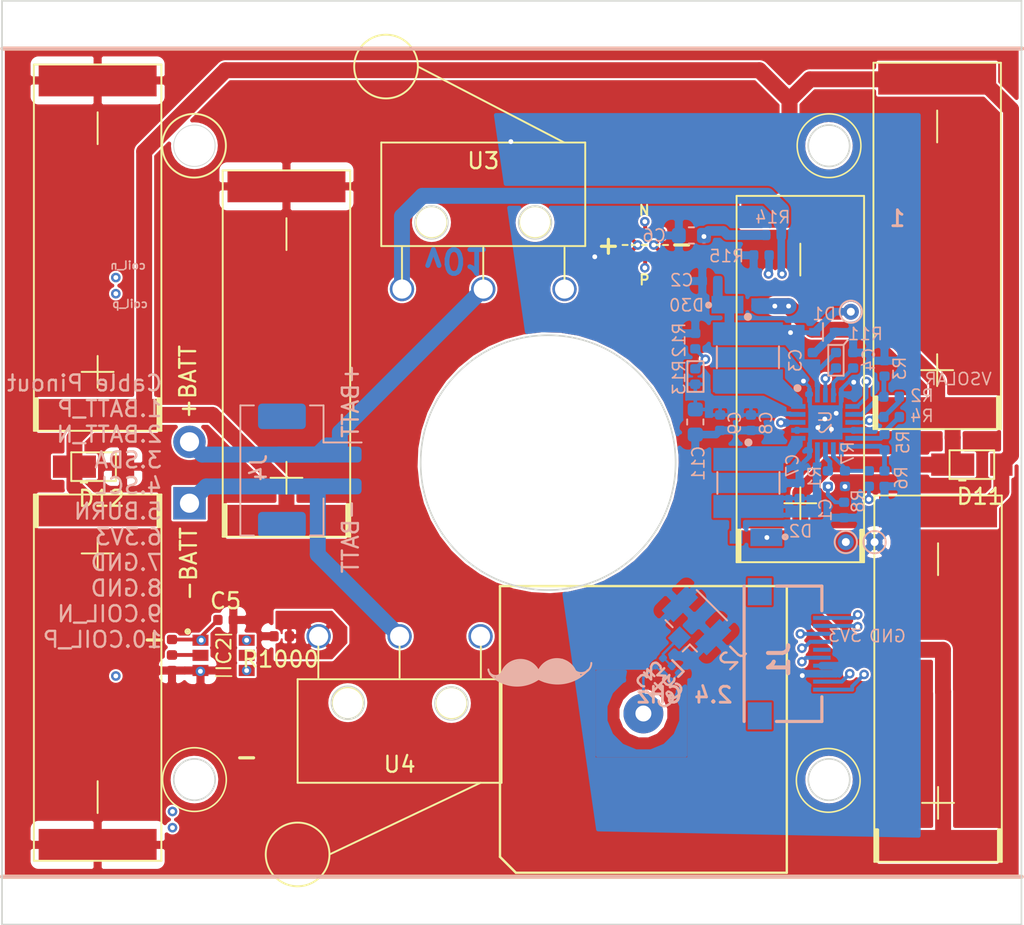
<source format=kicad_pcb>
(kicad_pcb (version 20171130) (host pcbnew 5.0.2-bee76a0~70~ubuntu18.04.1)
  (layers (0 Top signal) (1 In1.Cu signal hide) (2 In2.Cu signal hide) (3 In3.Cu signal hide) (4 In4.Cu signal hide) (31 Bottom signal) (34 B.Paste user hide) (35 F.Paste user) (36 B.SilkS user hide) (37 F.SilkS user) (38 B.Mask user hide) (39 F.Mask user) (44 Edge.Cuts user))
  (net 0 "")
  (net 1 "Net-(D11-Pad2)")
  (net 2 GND)
  (net 3 VOUT_EN)
  (net 4 VSOLAR)
  (net 5 "Net-(C4-Pad1)")
  (net 6 +3V3)
  (net 7 /VBAT)
  (net 8 "Net-(C11-Pad1)")
  (net 9 "Net-(IC2-Pad2)")
  (net 10 SCL1)
  (net 11 SDA1)
  (net 12 COIL_N)
  (net 13 BATT_N)
  (net 14 BATT_P)
  (net 15 "Net-(L1-Pad2)")
  (net 16 "Net-(L2-Pad1)")
  (net 17 VBAT_OK)
  (net 18 "Net-(R5-Pad1)")
  (net 19 COIL_P)
  (net 20 /coil)
  (net 21 "Net-(R2-Pad2)")
  (net 22 "Net-(R2-Pad1)")
  (net 23 "Net-(R4-Pad1)")
  (net 24 "Net-(R11-Pad1)")
  (net 25 "Net-(J3-Pad2)")
  (net 26 "Net-(J3-Pad1)")
  (net 27 "Net-(C7-Pad1)")
  (net 28 /VSOLAR_FULL)
  (net 29 "Net-(R7-Pad2)")
  (net 30 "Net-(R1000-Pad1)")
  (net 31 "Net-(AE1-Pad1)")
  (net 32 "Net-(C12-Pad1)")
  (module spacecraft-footprints:SXP.18.4.A.02 (layer Top) (at 153.25 115.75 180)
    (fp_text reference AE1 hide)
    (fp_text value SXP.18.4.A.02)
    (pad 1 thru_hole circle (at 0 1 180) (size 2.5 2.5) (drill 1) (layers Bottom B.Mask) (net 31 "Net-(AE1-Pad1)"))
  )
  (module Inductor_SMD:L_0201_0603Metric (layer Bottom) (at 154.25 111.5 45)
    (fp_text reference L3 (at 0 1.05 45) (layer B.SilkS) (effects (justify mirror)))
    (fp_text value TBD)
    (pad 2 smd roundrect (at 0.32 0 45) (size 0.46 0.4) (layers Bottom B.Mask) (net 32 "Net-(C12-Pad1)"))
    (pad 1 smd roundrect (at -0.32 0 45) (size 0.46 0.4) (layers Bottom B.Mask) (net 31 "Net-(AE1-Pad1)"))
  )
  (module Capacitor_SMD:C_0201_0603Metric (layer Bottom) (at 154.75 112.5 315)
    (fp_text reference C13 (at 0 1.05 315) (layer B.SilkS) (effects (justify mirror)))
    (fp_text value TBD)
    (pad 2 smd roundrect (at 0.32 0 315) (size 0.46 0.4) (layers Bottom B.Mask) (net 2 GND))
    (pad 1 smd roundrect (at -0.32 0 315) (size 0.46 0.4) (layers Bottom B.Mask) (net 31 "Net-(AE1-Pad1)"))
  )
  (module Capacitor_SMD:C_0201_0603Metric (layer Bottom) (at 155.25 112 315)
    (fp_text reference C12 (at 0 1.05 315) (layer B.SilkS) (effects (justify mirror)))
    (fp_text value TBD)
    (pad 2 smd roundrect (at 0.32 0 315) (size 0.46 0.4) (layers Bottom B.Mask) (net 2 GND))
    (pad 1 smd roundrect (at -0.32 0 315) (size 0.46 0.4) (layers Bottom B.Mask) (net 32 "Net-(C12-Pad1)"))
  )
  (module custom-footprints:XF2M-1015-1A (layer Bottom) (at 164.45 111 90)
    (fp_text reference J1 (at -0.37186 -2.68404 90) (layer B.SilkS) (effects (font (size 1.27 1.27) (thickness 0.254)) (justify mirror)))
    (fp_text value XF2M-1015-1A hide)
    (pad 12 smd rect (at 3.9 -3.9) (size 1.5 1.7) (layers Bottom B.Paste B.Mask))
    (pad 11 smd rect (at -3.9 -3.9) (size 1.5 1.7) (layers Bottom B.Paste B.Mask))
    (pad 1 smd rect (at 2.25 0 90) (size 0.25 1.1) (layers Bottom B.Paste B.Mask) (net 14 BATT_P))
    (pad 2 smd rect (at 1.75 0 90) (size 0.25 1.1) (layers Bottom B.Paste B.Mask) (net 13 BATT_N))
    (pad 3 smd rect (at 1.25 0 90) (size 0.25 1.1) (layers Bottom B.Paste B.Mask) (net 11 SDA1))
    (pad 4 smd rect (at 0.75 0 90) (size 0.25 1.1) (layers Bottom B.Paste B.Mask) (net 10 SCL1))
    (pad 5 smd rect (at 0.25 0 90) (size 0.25 1.1) (layers Bottom B.Paste B.Mask))
    (pad 6 smd rect (at -0.25 0 90) (size 0.25 1.1) (layers Bottom B.Paste B.Mask) (net 6 +3V3))
    (pad 7 smd rect (at -0.75 0 90) (size 0.25 1.1) (layers Bottom B.Paste B.Mask) (net 2 GND))
    (pad 8 smd rect (at -1.25 0 90) (size 0.25 1.1) (layers Bottom B.Paste B.Mask) (net 2 GND))
    (pad 9 smd rect (at -1.75 0 90) (size 0.25 1.1) (layers Bottom B.Paste B.Mask) (net 12 COIL_N))
    (pad 10 smd rect (at -2.25 0 90) (size 0.25 1.1) (layers Bottom B.Paste B.Mask) (net 19 COIL_P))
  )
  (module "SolarCellParts:SB Diode" (layer Top) (at 118.745 99.2505)
    (fp_text reference D12 (at 0.5 2) (layer F.SilkS))
    (fp_text value SBDiode)
    (pad 2 smd rect (at 1.85 0) (size 1.4 1.4) (layers Top F.Paste F.Mask) (net 2 GND))
    (pad 1 smd rect (at -1.2 0) (size 2.7 1.4) (layers Top F.Paste F.Mask) (net 1 "Net-(D11-Pad2)"))
  )
  (module "SolarCellParts:SB Diode" (layer Top) (at 173.863 99.1235)
    (fp_text reference D11 (at 0.5 2) (layer F.SilkS))
    (fp_text value SBDiode)
    (pad 2 smd rect (at 1.85 0) (size 1.4 1.4) (layers Top F.Paste F.Mask) (net 1 "Net-(D11-Pad2)"))
    (pad 1 smd rect (at -1.2 0) (size 2.7 1.4) (layers Top F.Paste F.Mask) (net 28 /VSOLAR_FULL))
  )
  (module custom-footprints:KXOB25-05X3F (layer Top) (at 163.09848 104.25 90)
    (fp_text reference SC3 hide)
    (fp_text value SolarCell_Small)
    (pad 2 smd rect (at 21 0 90) (size 2 7.4) (layers Top F.Paste F.Mask) (net 1 "Net-(D11-Pad2)"))
    (pad 1 smd rect (at 0 0 90) (size 2 7.4) (layers Top F.Paste F.Mask) (net 28 /VSOLAR_FULL))
  )
  (module custom-footprints:SCREWTERMINAL-3.5MM-2_LOCK (layer Bottom) (at 124.7648 101.36886 90)
    (fp_text reference J3 hide)
    (fp_text value "BATTERY CONNECTOR")
    (pad 2 thru_hole circle (at 3.6778 0 90) (size 2.032 2.032) (drill 1.2) (layers *.Cu *.Mask) (net 25 "Net-(J3-Pad2)"))
    (pad 1 thru_hole rect (at -0.1778 0 90) (size 2.032 2.032) (drill 1.2) (layers *.Cu *.Mask) (net 26 "Net-(J3-Pad1)"))
  )
  (module TestPoint:TestPoint_THTPad_D1.0mm_Drill0.5mm (layer Bottom) (at 166.26772 89.52346)
    (fp_text reference TP3 hide)
    (fp_text value TP)
    (pad 1 thru_hole circle (at 0 0) (size 1 1) (drill 0.5) (layers *.Cu *.Mask) (net 4 VSOLAR))
  )
  (module TestPoint:TestPoint_THTPad_D1.0mm_Drill0.5mm (layer Bottom) (at 167.7587 103.9913 90)
    (fp_text reference TP2 hide)
    (fp_text value TP)
    (pad 1 thru_hole circle (at 0 0 90) (size 1 1) (drill 0.5) (layers *.Cu *.Mask) (net 2 GND))
  )
  (module TestPoint:TestPoint_THTPad_D1.0mm_Drill0.5mm (layer Bottom) (at 165.95276 103.98622 90)
    (fp_text reference TP1 hide)
    (fp_text value TP)
    (pad 1 thru_hole circle (at 0 0 90) (size 1 1) (drill 0.5) (layers *.Cu *.Mask) (net 6 +3V3))
  )
  (module Connector_JST:JST_PH_B2B-PH-SM4-TB_1x02-1MP_P2.00mm_Vertical (layer Bottom) (at 132.31622 99.4918 270)
    (fp_text reference J4 (at -0.1778 3.22072 270) (layer B.SilkS) (effects (justify mirror)))
    (fp_text value B2B-PH-SM4-TB_LF__SN_)
    (pad MP smd roundrect (at 3.4 1.75 270) (size 1.6 3) (layers Bottom B.Paste B.Mask) (roundrect_rratio 0.15625))
    (pad MP smd roundrect (at -3.4 1.75 270) (size 1.6 3) (layers Bottom B.Paste B.Mask) (roundrect_rratio 0.15625))
    (pad 2 smd roundrect (at 1 -0.5 270) (size 1 5.5) (layers Bottom B.Paste B.Mask) (net 26 "Net-(J3-Pad1)"))
    (pad 1 smd roundrect (at -1 -0.5 270) (size 1 5.5) (layers Bottom B.Paste B.Mask) (net 25 "Net-(J3-Pad2)"))
  )
  (module solarpcb:D2F-L2 (layer Top) (at 137.95 109.9 180)
    (fp_text reference U4 (at 0 -8.05) (layer F.SilkS))
    (fp_text value SW_SPDT)
    (pad 1 thru_hole circle (at -5.08 0 180) (size 1.524 1.524) (drill 1.2) (layers *.Cu *.Mask))
    (pad 2 thru_hole circle (at 0 0 180) (size 1.524 1.524) (drill 1.2) (layers *.Cu *.Mask) (net 26 "Net-(J3-Pad1)"))
    (pad 3 thru_hole circle (at 5.08 0 180) (size 1.524 1.524) (drill 1.2) (layers *.Cu *.Mask) (net 30 "Net-(R1000-Pad1)"))
  )
  (module solarpcb:D2F-L2-2 (layer Top) (at 143.2 88.1)
    (fp_text reference U3 (at 0 -8.05) (layer F.SilkS))
    (fp_text value SW_SPDT)
    (pad 1 thru_hole circle (at 5.1 0) (size 1.524 1.524) (drill 1.2) (layers *.Cu *.Mask))
    (pad 2 thru_hole circle (at 0 0) (size 1.524 1.524) (drill 1.2) (layers *.Cu *.Mask) (net 25 "Net-(J3-Pad2)"))
    (pad 3 thru_hole circle (at -5.1 0) (size 1.524 1.524) (drill 1.2) (layers *.Cu *.Mask) (net 14 BATT_P))
  )
  (module custom-footprints:TSL2561 (layer Top) (at 126.9046 111.0987)
    (fp_text reference IC2 (at 0.0254 -0.0635 270) (layer F.SilkS) (effects (font (size 0.889 0.889) (thickness 0.127))))
    (fp_text value TSL2561 hide)
    (pad 6 smd rect (at 1.45 -0.95 90) (size 0.7 1) (layers Top F.Paste F.Mask) (net 11 SDA1))
    (pad 5 smd rect (at 1.45 0 90) (size 0.7 1) (layers Top F.Paste F.Mask))
    (pad 4 smd rect (at 1.45 0.95 90) (size 0.7 1) (layers Top F.Paste F.Mask) (net 10 SCL1))
    (pad 3 smd rect (at -1.45 0.95 90) (size 0.7 1) (layers Top F.Paste F.Mask) (net 2 GND))
    (pad 2 smd rect (at -1.45 0 90) (size 0.7 1) (layers Top F.Paste F.Mask) (net 9 "Net-(IC2-Pad2)"))
    (pad 1 smd rect (at -1.45 -0.95 90) (size 0.7 1) (layers Top F.Paste F.Mask) (net 6 +3V3))
  )
  (module custom-footprints:KXOB25-05X3F (layer Top) (at 119 96 90)
    (fp_text reference SC6 hide)
    (fp_text value SolarCell_Small)
    (pad 2 smd rect (at 21 0 90) (size 2 7.4) (layers Top F.Paste F.Mask) (net 2 GND))
    (pad 1 smd rect (at 0 0 90) (size 2 7.4) (layers Top F.Paste F.Mask) (net 1 "Net-(D11-Pad2)"))
  )
  (module custom-footprints:KXOB25-05X3F (layer Top) (at 171.7421 123.063 90)
    (fp_text reference SC5 hide)
    (fp_text value SolarCell_Small)
    (pad 2 smd rect (at 21 0 90) (size 2 7.4) (layers Top F.Paste F.Mask) (net 1 "Net-(D11-Pad2)"))
    (pad 1 smd rect (at 0 0 90) (size 2 7.4) (layers Top F.Paste F.Mask) (net 28 /VSOLAR_FULL))
  )
  (module custom-footprints:KXOB25-05X3F (layer Top) (at 130.85 102.65 90)
    (fp_text reference SC4 hide)
    (fp_text value SolarCell_Small)
    (pad 2 smd rect (at 21 0 90) (size 2 7.4) (layers Top F.Paste F.Mask) (net 2 GND))
    (pad 1 smd rect (at 0 0 90) (size 2 7.4) (layers Top F.Paste F.Mask) (net 1 "Net-(D11-Pad2)"))
  )
  (module custom-footprints:KXOB25-05X3F (layer Top) (at 119 102 270)
    (fp_text reference SC2 hide)
    (fp_text value SolarCell_Small)
    (pad 2 smd rect (at 21 0 270) (size 2 7.4) (layers Top F.Paste F.Mask) (net 2 GND))
    (pad 1 smd rect (at 0 0 270) (size 2 7.4) (layers Top F.Paste F.Mask) (net 1 "Net-(D11-Pad2)"))
  )
  (module custom-footprints:KXOB25-05X3F (layer Top) (at 171.68622 95.89008 90)
    (fp_text reference SC1 hide)
    (fp_text value SolarCell_Small)
    (pad 2 smd rect (at 21 0 90) (size 2 7.4) (layers Top F.Paste F.Mask) (net 1 "Net-(D11-Pad2)"))
    (pad 1 smd rect (at 0 0 90) (size 2 7.4) (layers Top F.Paste F.Mask) (net 28 /VSOLAR_FULL))
  )
  (module solarpcb:MICROSMP (layer Bottom) (at 159.1735 89.0815)
    (fp_text reference D30 (at -3.2131 0.0381) (layer B.SilkS) (effects (font (size 0.762 0.762) (thickness 0.1016)) (justify mirror)))
    (fp_text value MSS1P4-M3_89A hide)
    (pad 1 smd rect (at -0.65 0 270) (size 1.1 2) (layers Bottom B.Paste B.Mask) (net 4 VSOLAR))
    (pad 2 smd rect (at 1.25 0 270) (size 0.8 0.8) (layers Bottom B.Paste B.Mask) (net 28 /VSOLAR_FULL))
  )
  (module Resistor_SMD:R_0402_1005Metric (layer Top) (at 130.55 109.9 180)
    (fp_text reference R1000 (at 0.0762 -1.4478) (layer F.SilkS))
    (fp_text value 0)
    (pad 1 smd roundrect (at -0.485 0 180) (size 0.59 0.64) (layers Top F.Paste F.Mask) (net 30 "Net-(R1000-Pad1)"))
    (pad 2 smd roundrect (at 0.485 0 180) (size 0.59 0.64) (layers Top F.Paste F.Mask) (net 2 GND))
  )
  (module Capacitor_SMD:C_0402_1005Metric (layer Top) (at 127.0316 108.8762 180)
    (fp_text reference C5 (at 0 1.1938) (layer F.SilkS))
    (fp_text value 0.1uF)
    (pad 2 smd roundrect (at 0.485 0 180) (size 0.59 0.64) (layers Top F.Paste F.Mask) (net 6 +3V3))
    (pad 1 smd roundrect (at -0.485 0 180) (size 0.59 0.64) (layers Top F.Paste F.Mask) (net 2 GND))
  )
  (module Resistor_SMD:R_0402_1005Metric (layer Top) (at 153.847 84.6336 180)
    (fp_text reference R19 hide)
    (fp_text value 0)
    (pad 2 smd roundrect (at 0.485 0 180) (size 0.59 0.64) (layers Top F.Paste F.Mask) (net 12 COIL_N))
    (pad 1 smd roundrect (at -0.485 0 180) (size 0.59 0.64) (layers Top F.Paste F.Mask) (net 20 /coil))
  )
  (module Resistor_SMD:R_0402_1005Metric (layer Top) (at 152.87672 84.6336 180)
    (fp_text reference R16 hide)
    (fp_text value 0)
    (pad 2 smd roundrect (at 0.485 0 180) (size 0.59 0.64) (layers Top F.Paste F.Mask) (net 20 /coil))
    (pad 1 smd roundrect (at -0.485 0 180) (size 0.59 0.64) (layers Top F.Paste F.Mask) (net 12 COIL_N))
  )
  (module Resistor_SMD:R_0402_1005Metric (layer Top) (at 153.847 86.0306 180)
    (fp_text reference R10 hide)
    (fp_text value 0)
    (pad 2 smd roundrect (at 0.485 0 180) (size 0.59 0.64) (layers Top F.Paste F.Mask) (net 19 COIL_P))
    (pad 1 smd roundrect (at -0.485 0 180) (size 0.59 0.64) (layers Top F.Paste F.Mask) (net 20 /coil))
  )
  (module Resistor_SMD:R_0402_1005Metric (layer Top) (at 152.87672 86.0306 180)
    (fp_text reference R9 hide)
    (fp_text value 0)
    (pad 2 smd roundrect (at 0.485 0 180) (size 0.59 0.64) (layers Top F.Paste F.Mask) (net 20 /coil))
    (pad 1 smd roundrect (at -0.485 0 180) (size 0.59 0.64) (layers Top F.Paste F.Mask) (net 19 COIL_P))
  )
  (module Resistor_SMD:R_0402_1005Metric (layer Top) (at 123.6661 111.5662 90)
    (fp_text reference R18 hide)
    (fp_text value 0)
    (pad 2 smd roundrect (at 0.485 0 90) (size 0.59 0.64) (layers Top F.Paste F.Mask) (net 9 "Net-(IC2-Pad2)"))
    (pad 1 smd roundrect (at -0.485 0 90) (size 0.59 0.64) (layers Top F.Paste F.Mask) (net 2 GND))
  )
  (module Resistor_SMD:R_0402_1005Metric (layer Top) (at 123.6661 110.5907 90)
    (fp_text reference R17 hide)
    (fp_text value 0)
    (pad 2 smd roundrect (at 0.485 0 90) (size 0.59 0.64) (layers Top F.Paste F.Mask) (net 6 +3V3))
    (pad 1 smd roundrect (at -0.485 0 90) (size 0.59 0.64) (layers Top F.Paste F.Mask) (net 9 "Net-(IC2-Pad2)"))
  )
  (module Capacitor_SMD:C_0603_1608Metric (layer Bottom) (at 156.2608 84.7344 180)
    (fp_text reference C6 (at 2.3368 0 180) (layer B.SilkS) (effects (font (size 0.762 0.762) (thickness 0.1016)) (justify mirror)))
    (fp_text value 100uF)
    (pad 2 smd roundrect (at 0.7875 0 180) (size 0.875 0.95) (layers Bottom B.Paste B.Mask) (net 2 GND))
    (pad 1 smd roundrect (at -0.7875 0 180) (size 0.875 0.95) (layers Bottom B.Paste B.Mask) (net 7 /VBAT))
  )
  (module Capacitor_SMD:C_0402_1005Metric (layer Bottom) (at 158.066844 96.49066 270)
    (fp_text reference C9 (at 0.02034 -0.916156 90) (layer B.SilkS) (effects (font (size 0.762 0.762) (thickness 0.1016)) (justify mirror)))
    (fp_text value 0.1uF)
    (pad 2 smd roundrect (at 0.485 0 270) (size 0.59 0.64) (layers Bottom B.Paste B.Mask) (net 2 GND))
    (pad 1 smd roundrect (at -0.485 0 270) (size 0.59 0.64) (layers Bottom B.Paste B.Mask) (net 8 "Net-(C11-Pad1)"))
  )
  (module misc-circuits:SOD523 (layer Bottom) (at 164.5995 90.796)
    (fp_text reference D1 (at -0.8159 -1.5748) (layer B.SilkS) (effects (font (size 0.762 0.762) (thickness 0.1016)) (justify right top mirror)))
    (fp_text value SDM20U40-7)
    (pad C smd rect (at -0.6 0) (size 0.7 0.5) (layers Bottom B.Paste B.Mask) (net 4 VSOLAR))
    (pad A smd rect (at 0.7 0) (size 0.7 0.5) (layers Bottom B.Paste B.Mask) (net 2 GND))
  )
  (module misc-circuits:QFN50P350X350X100-21N-D (layer Bottom) (at 164.670844 96.47066 270)
    (fp_text reference U2 (at 0 0 90) (layer B.SilkS) (effects (font (size 0.762 0.762) (thickness 0.1016)) (justify mirror)))
    (fp_text value Value hide)
    (pad 21 smd rect (at 0 0 270) (size 2.15 2.15) (layers Bottom B.Paste B.Mask) (net 2 GND))
    (pad 20 smd rect (at -1 1.7 270) (size 0.3 0.9) (layers Bottom B.Paste B.Mask) (net 15 "Net-(L1-Pad2)"))
    (pad 19 smd rect (at -0.5 1.7 270) (size 0.3 0.9) (layers Bottom B.Paste B.Mask) (net 8 "Net-(C11-Pad1)"))
    (pad 18 smd rect (at 0 1.7 270) (size 0.3 0.9) (layers Bottom B.Paste B.Mask) (net 7 /VBAT))
    (pad 17 smd rect (at 0.5 1.7 270) (size 0.3 0.9) (layers Bottom B.Paste B.Mask) (net 2 GND))
    (pad 16 smd rect (at 1 1.7 270) (size 0.3 0.9) (layers Bottom B.Paste B.Mask) (net 16 "Net-(L2-Pad1)"))
    (pad 15 smd rect (at 1.7 1 180) (size 0.3 0.9) (layers Bottom B.Paste B.Mask) (net 2 GND))
    (pad 14 smd rect (at 1.7 0.5 180) (size 0.3 0.9) (layers Bottom B.Paste B.Mask) (net 27 "Net-(C7-Pad1)"))
    (pad 13 smd rect (at 1.7 0 180) (size 0.3 0.9) (layers Bottom B.Paste B.Mask) (net 17 VBAT_OK))
    (pad 12 smd rect (at 1.7 -0.5 180) (size 0.3 0.9) (layers Bottom B.Paste B.Mask) (net 29 "Net-(R7-Pad2)"))
    (pad 11 smd rect (at 1.7 -1 180) (size 0.3 0.9) (layers Bottom B.Paste B.Mask) (net 18 "Net-(R5-Pad1)"))
    (pad 10 smd rect (at 1 -1.7 270) (size 0.3 0.9) (layers Bottom B.Paste B.Mask) (net 23 "Net-(R4-Pad1)"))
    (pad 9 smd rect (at 0.5 -1.7 270) (size 0.3 0.9) (layers Bottom B.Paste B.Mask) (net 2 GND))
    (pad 8 smd rect (at 0 -1.7 270) (size 0.3 0.9) (layers Bottom B.Paste B.Mask) (net 21 "Net-(R2-Pad2)"))
    (pad 7 smd rect (at -0.5 -1.7 270) (size 0.3 0.9) (layers Bottom B.Paste B.Mask) (net 22 "Net-(R2-Pad1)"))
    (pad 6 smd rect (at -1 -1.7 270) (size 0.3 0.9) (layers Bottom B.Paste B.Mask) (net 3 VOUT_EN))
    (pad 5 smd rect (at -1.7 -1 180) (size 0.3 0.9) (layers Bottom B.Paste B.Mask) (net 2 GND))
    (pad 4 smd rect (at -1.7 -0.5 180) (size 0.3 0.9) (layers Bottom B.Paste B.Mask) (net 5 "Net-(C4-Pad1)"))
    (pad 3 smd rect (at -1.7 0 180) (size 0.3 0.9) (layers Bottom B.Paste B.Mask) (net 24 "Net-(R11-Pad1)"))
    (pad 2 smd rect (at -1.7 0.5 180) (size 0.3 0.9) (layers Bottom B.Paste B.Mask) (net 4 VSOLAR))
    (pad 1 smd rect (at -1.7 1 180) (size 0.3 0.9) (layers Bottom B.Paste B.Mask) (net 2 GND))
  )
  (module custom-footprints:MICROSMP (layer Bottom) (at 160.3165 103.6865 180)
    (fp_text reference D2 (at -2.794 0.381 180) (layer B.SilkS) (effects (font (size 0.762 0.762) (thickness 0.1016)) (justify mirror)))
    (fp_text value MSS1P4-M3_89A hide)
    (pad 2 smd rect (at 1.25 0 90) (size 0.8 0.8) (layers Bottom B.Paste B.Mask) (net 27 "Net-(C7-Pad1)"))
    (pad 1 smd rect (at -0.65 0 90) (size 1.1 2) (layers Bottom B.Paste B.Mask) (net 6 +3V3))
  )
  (module Resistor_SMD:R_0402_1005Metric (layer Bottom) (at 168.381 93.082 270)
    (fp_text reference R3 (at 0 -0.9525 270) (layer B.SilkS) (effects (font (size 0.762 0.762) (thickness 0.1016)) (justify mirror)))
    (fp_text value 5.62M)
    (pad 2 smd roundrect (at 0.485 0 270) (size 0.59 0.64) (layers Bottom B.Paste B.Mask) (net 22 "Net-(R2-Pad1)"))
    (pad 1 smd roundrect (at -0.485 0 270) (size 0.59 0.64) (layers Bottom B.Paste B.Mask) (net 2 GND))
  )
  (module Resistor_SMD:R_0402_1005Metric (layer Bottom) (at 168.8255 94.86)
    (fp_text reference R2 (at 1.905 -0.0635 180) (layer B.SilkS) (effects (font (size 0.762 0.762) (thickness 0.1016)) (justify mirror)))
    (fp_text value 7.32M)
    (pad 2 smd roundrect (at 0.485 0) (size 0.59 0.64) (layers Bottom B.Paste B.Mask) (net 21 "Net-(R2-Pad2)"))
    (pad 1 smd roundrect (at -0.485 0) (size 0.59 0.64) (layers Bottom B.Paste B.Mask) (net 22 "Net-(R2-Pad1)"))
  )
  (module Resistor_SMD:R_0402_1005Metric (layer Bottom) (at 156.5065 93.59 90)
    (fp_text reference R13 (at -0.0635 -1.016 90) (layer B.SilkS) (effects (font (size 0.762 0.762) (thickness 0.1016)) (justify mirror)))
    (fp_text value 0)
    (pad 2 smd roundrect (at 0.485 0 90) (size 0.59 0.64) (layers Bottom B.Paste B.Mask) (net 24 "Net-(R11-Pad1)"))
    (pad 1 smd roundrect (at -0.485 0 90) (size 0.59 0.64) (layers Bottom B.Paste B.Mask) (net 8 "Net-(C11-Pad1)"))
  )
  (module Capacitor_SMD:C_0402_1005Metric (layer Bottom) (at 159.999 96.49066 270)
    (fp_text reference C8 (at 0.02034 -0.9525 90) (layer B.SilkS) (effects (font (size 0.762 0.762) (thickness 0.1016)) (justify mirror)))
    (fp_text value 4.7uF)
    (pad 2 smd roundrect (at 0.485 0 270) (size 0.59 0.64) (layers Bottom B.Paste B.Mask) (net 2 GND))
    (pad 1 smd roundrect (at -0.485 0 270) (size 0.59 0.64) (layers Bottom B.Paste B.Mask) (net 8 "Net-(C11-Pad1)"))
  )
  (module Resistor_SMD:R_0402_1005Metric (layer Bottom) (at 168.8255 96.13 180)
    (fp_text reference R4 (at -1.905 0.0635 180) (layer B.SilkS) (effects (font (size 0.762 0.762) (thickness 0.1016)) (justify mirror)))
    (fp_text value 374K)
    (pad 2 smd roundrect (at 0.485 0 180) (size 0.59 0.64) (layers Bottom B.Paste B.Mask) (net 21 "Net-(R2-Pad2)"))
    (pad 1 smd roundrect (at -0.485 0 180) (size 0.59 0.64) (layers Bottom B.Paste B.Mask) (net 23 "Net-(R4-Pad1)"))
  )
  (module Resistor_SMD:R_0402_1005Metric (layer Bottom) (at 167.4 100 270)
    (fp_text reference R8 (at 1.41224 0.68834 270) (layer B.SilkS) (effects (font (size 0.762 0.762) (thickness 0.1016)) (justify mirror)))
    (fp_text value 8.25M)
    (pad 2 smd roundrect (at 0.485 0 270) (size 0.59 0.64) (layers Bottom B.Paste B.Mask) (net 21 "Net-(R2-Pad2)"))
    (pad 1 smd roundrect (at -0.485 0 270) (size 0.59 0.64) (layers Bottom B.Paste B.Mask) (net 29 "Net-(R7-Pad2)"))
  )
  (module Resistor_SMD:R_0402_1005Metric (layer Bottom) (at 168.381 100.0035 90)
    (fp_text reference R6 (at 0.04318 1.05156 90) (layer B.SilkS) (effects (font (size 0.762 0.762) (thickness 0.1016)) (justify mirror)))
    (fp_text value 4.53M)
    (pad 2 smd roundrect (at 0.485 0 90) (size 0.59 0.64) (layers Bottom B.Paste B.Mask) (net 18 "Net-(R5-Pad1)"))
    (pad 1 smd roundrect (at -0.485 0 90) (size 0.59 0.64) (layers Bottom B.Paste B.Mask) (net 2 GND))
  )
  (module Resistor_SMD:R_0402_1005Metric (layer Bottom) (at 165.9 100 90)
    (fp_text reference R7 (at 1.60274 0.17018 90) (layer B.SilkS) (effects (font (size 0.762 0.762) (thickness 0.1016)) (justify mirror)))
    (fp_text value 4.75M)
    (pad 2 smd roundrect (at 0.485 0 90) (size 0.59 0.64) (layers Bottom B.Paste B.Mask) (net 29 "Net-(R7-Pad2)"))
    (pad 1 smd roundrect (at -0.485 0 90) (size 0.59 0.64) (layers Bottom B.Paste B.Mask) (net 2 GND))
  )
  (module Resistor_SMD:R_0402_1005Metric (layer Bottom) (at 168.381 97.7175 90)
    (fp_text reference R5 (at 0 1.17 90) (layer B.SilkS) (effects (font (size 0.762 0.762) (thickness 0.1016)) (justify mirror)))
    (fp_text value 8.25M)
    (pad 2 smd roundrect (at 0.485 0 90) (size 0.59 0.64) (layers Bottom B.Paste B.Mask) (net 23 "Net-(R4-Pad1)"))
    (pad 1 smd roundrect (at -0.485 0 90) (size 0.59 0.64) (layers Bottom B.Paste B.Mask) (net 18 "Net-(R5-Pad1)"))
  )
  (module Resistor_SMD:R_0402_1005Metric (layer Bottom) (at 165.333 92.574 90)
    (fp_text reference R11 (at 1.651 1.84658 180) (layer B.SilkS) (effects (font (size 0.762 0.762) (thickness 0.1016)) (justify mirror)))
    (fp_text value 0)
    (pad 2 smd roundrect (at 0.485 0 90) (size 0.59 0.64) (layers Bottom B.Paste B.Mask) (net 4 VSOLAR))
    (pad 1 smd roundrect (at -0.485 0 90) (size 0.59 0.64) (layers Bottom B.Paste B.Mask) (net 24 "Net-(R11-Pad1)"))
  )
  (module Resistor_SMD:R_0402_1005Metric (layer Bottom) (at 156.5065 91.3675 270)
    (fp_text reference R12 (at -0.0635 1.016 90) (layer B.SilkS) (effects (font (size 0.762 0.762) (thickness 0.1016)) (justify mirror)))
    (fp_text value 0)
    (pad 2 smd roundrect (at 0.485 0 270) (size 0.59 0.64) (layers Bottom B.Paste B.Mask) (net 24 "Net-(R11-Pad1)"))
    (pad 1 smd roundrect (at -0.485 0 270) (size 0.59 0.64) (layers Bottom B.Paste B.Mask) (net 2 GND))
  )
  (module Resistor_SMD:R_0402_1005Metric (layer Bottom) (at 161.417 84.709 180)
    (fp_text reference R14 (at 0.0508 1.1176) (layer B.SilkS) (effects (font (size 0.762 0.762) (thickness 0.1016)) (justify mirror)))
    (fp_text value 0)
    (pad 2 smd roundrect (at 0.485 0 180) (size 0.59 0.64) (layers Bottom B.Paste B.Mask) (net 7 /VBAT))
    (pad 1 smd roundrect (at -0.485 0 180) (size 0.59 0.64) (layers Bottom B.Paste B.Mask) (net 14 BATT_P))
  )
  (module Resistor_SMD:R_0402_1005Metric (layer Bottom) (at 160.655 85.979 180)
    (fp_text reference R15 (at 2.1844 -0.0508 180) (layer B.SilkS) (effects (font (size 0.762 0.762) (thickness 0.1016)) (justify mirror)))
    (fp_text value 0)
    (pad 2 smd roundrect (at 0.485 0 180) (size 0.59 0.64) (layers Bottom B.Paste B.Mask) (net 2 GND))
    (pad 1 smd roundrect (at -0.485 0 180) (size 0.59 0.64) (layers Bottom B.Paste B.Mask) (net 13 BATT_N))
  )
  (module Resistor_SMD:R_0402_1005Metric (layer Bottom) (at 164.825 100.0035 270)
    (fp_text reference R1 (at -0.0635 0.8255 90) (layer B.SilkS) (effects (font (size 0.762 0.762) (thickness 0.1016)) (justify mirror)))
    (fp_text value 0)
    (pad 2 smd roundrect (at 0.485 0 270) (size 0.59 0.64) (layers Bottom B.Paste B.Mask) (net 3 VOUT_EN))
    (pad 1 smd roundrect (at -0.485 0 270) (size 0.59 0.64) (layers Bottom B.Paste B.Mask) (net 17 VBAT_OK))
  )
  (module misc-circuits:LPS4018 (layer Bottom) (at 159.84152 100.27274 270)
    (fp_text reference L2 hide)
    (fp_text value 10uH-LPS4018-103MR hide)
    (pad 2 smd rect (at 1.47955 0 270) (size 1.4351 4.3942) (layers Bottom B.Paste B.Mask) (net 27 "Net-(C7-Pad1)"))
    (pad 1 smd rect (at -1.47955 0 270) (size 1.4351 4.3942) (layers Bottom B.Paste B.Mask) (net 16 "Net-(L2-Pad1)"))
  )
  (module misc-circuits:LPS4018 (layer Bottom) (at 159.8085 92.3835 270)
    (fp_text reference L1 hide)
    (fp_text value 22uH-LPS4018-223MR hide)
    (pad 2 smd rect (at 1.47955 0 270) (size 1.4351 4.3942) (layers Bottom B.Paste B.Mask) (net 15 "Net-(L1-Pad2)"))
    (pad 1 smd rect (at -1.47955 0 270) (size 1.4351 4.3942) (layers Bottom B.Paste B.Mask) (net 4 VSOLAR))
  )
  (module Capacitor_SMD:C_0603_1608Metric (layer Bottom) (at 156.5065 96.4475 270)
    (fp_text reference C11 (at 2.6035 -0.1905 90) (layer B.SilkS) (effects (font (size 0.762 0.762) (thickness 0.1016)) (justify mirror)))
    (fp_text value 100uF)
    (pad 2 smd roundrect (at 0.7875 0 270) (size 0.875 0.95) (layers Bottom B.Paste B.Mask) (net 2 GND))
    (pad 1 smd roundrect (at -0.7875 0 270) (size 0.875 0.95) (layers Bottom B.Paste B.Mask) (net 8 "Net-(C11-Pad1)"))
  )
  (module Capacitor_SMD:C_0402_1005Metric (layer Bottom) (at 163.047 100.7655 90)
    (fp_text reference C7 (at 1.5875 -0.4445 90) (layer B.SilkS) (effects (font (size 0.762 0.762) (thickness 0.1016)) (justify mirror)))
    (fp_text value 22uF)
    (pad 2 smd roundrect (at 0.485 0 90) (size 0.59 0.64) (layers Bottom B.Paste B.Mask) (net 2 GND))
    (pad 1 smd roundrect (at -0.485 0 90) (size 0.59 0.64) (layers Bottom B.Paste B.Mask) (net 27 "Net-(C7-Pad1)"))
  )
  (module Capacitor_SMD:C_0402_1005Metric (layer Bottom) (at 166.4125 92.574 90)
    (fp_text reference C4 (at 0.0508 0.9779 90) (layer B.SilkS) (effects (font (size 0.762 0.762) (thickness 0.1016)) (justify mirror)))
    (fp_text value 10nF)
    (pad 2 smd roundrect (at 0.485 0 90) (size 0.59 0.64) (layers Bottom B.Paste B.Mask) (net 2 GND))
    (pad 1 smd roundrect (at -0.485 0 90) (size 0.59 0.64) (layers Bottom B.Paste B.Mask) (net 5 "Net-(C4-Pad1)"))
  )
  (module Capacitor_SMD:C_0402_1005Metric (layer Bottom) (at 157.4336 87.5956 180)
    (fp_text reference C2 (at 1.778 0.0508) (layer B.SilkS) (effects (font (size 0.762 0.762) (thickness 0.1016)) (justify mirror)))
    (fp_text value 0.1uF)
    (pad 2 smd roundrect (at 0.485 0 180) (size 0.59 0.64) (layers Bottom B.Paste B.Mask) (net 2 GND))
    (pad 1 smd roundrect (at -0.485 0 180) (size 0.59 0.64) (layers Bottom B.Paste B.Mask) (net 4 VSOLAR))
  )
  (module Capacitor_SMD:C_0402_1005Metric (layer Bottom) (at 163.8725 92.574 90)
    (fp_text reference C3 (at 0 -1.0795 90) (layer B.SilkS) (effects (font (size 0.762 0.762) (thickness 0.1016)) (justify mirror)))
    (fp_text value 4.7uF)
    (pad 2 smd roundrect (at 0.485 0 90) (size 0.59 0.64) (layers Bottom B.Paste B.Mask) (net 2 GND))
    (pad 1 smd roundrect (at -0.485 0 90) (size 0.59 0.64) (layers Bottom B.Paste B.Mask) (net 4 VSOLAR))
  )
  (module Capacitor_SMD:C_0402_1005Metric (layer Bottom) (at 165.841 101.972 270)
    (fp_text reference C1 (at 0 1.17 90) (layer B.SilkS) (effects (font (size 0.762 0.762) (thickness 0.1016)) (justify mirror)))
    (fp_text value 1.0uF)
    (pad 2 smd roundrect (at 0.485 0 270) (size 0.59 0.64) (layers Bottom B.Paste B.Mask) (net 2 GND))
    (pad 1 smd roundrect (at -0.485 0 270) (size 0.59 0.64) (layers Bottom B.Paste B.Mask) (net 3 VOUT_EN))
  )
  (module Connector_Coaxial:U.FL_Hirose_U.FL-R-SMT-1_Vertical (layer Bottom) (at 156.25 109.25 45)
    (fp_text reference J2 (at 0.475 3.2 45) (layer B.SilkS) (effects (justify mirror)))
    (fp_text value Conn_Coaxial)
    (pad 2 smd rect (at 0.475 -1.475 45) (size 2.2 1.05) (layers Bottom B.Paste B.Mask) (net 2 GND))
    (pad 1 smd rect (at -1.05 0 45) (size 1.05 1) (layers Bottom B.Paste B.Mask) (net 32 "Net-(C12-Pad1)"))
    (pad 2 smd rect (at 0.475 1.475 45) (size 2.2 1.05) (layers Bottom B.Paste B.Mask) (net 2 GND))
  )
  (gr_circle (center 164.85 118.95) (end 166.85 118.95) (layer F.SilkS) (width 0.1))
  (gr_circle (center 164.9 79.1) (end 166.9 79.1) (layer F.SilkS) (width 0.1))
  (gr_line (start 144.8 125.05) (end 162.8 125.05) (layer F.SilkS) (width 0.12))
  (gr_circle (center 125.05 79.1) (end 127.05 79.1) (layer F.SilkS) (width 0.12))
  (gr_circle (center 125.075 118.9) (end 127.075 118.9) (layer F.SilkS) (width 0.1))
  (gr_circle (center 147.271 99.000001) (end 139.271 99.000001) (layer Edge.Cuts) (width 0.1))
  (gr_circle (center 134.7 114.070436) (end 133.670436 114.070436) (layer Edge.Cuts) (width 0.1))
  (gr_circle (center 141.2 114.120436) (end 140.170436 114.120436) (layer Edge.Cuts) (width 0.1))
  (gr_circle (center 125.075 118.9) (end 126.375 118.9) (layer Edge.Cuts) (width 0.1))
  (gr_circle (center 139.95 83.920436) (end 138.920436 83.920436) (layer Edge.Cuts) (width 0.1))
  (gr_circle (center 146.45 83.920436) (end 145.420436 83.920436) (layer Edge.Cuts) (width 0.1))
  (gr_line (start 176.975 70) (end 176.975 128) (layer Edge.Cuts) (width 0.1))
  (gr_text 1 (at 169.1894 83.6676) (layer B.SilkS) (effects (font (size 1 1) (thickness 0.1778)) (justify mirror)))
  (gr_text "2.4 GHz" (at 155.829 113.5888) (layer B.SilkS) (effects (font (size 1 1) (thickness 0.1778)) (justify mirror)))
  (gr_text "Cable Pinout\n1.BATT_P\n2.BATT_N\n3.SDA\n4.SCL\n5.BURN\n6.3V3\n7.GND\n8.GND\n9.COIL_N\n10.COIL_P" (at 123.1392 102.0572) (layer B.SilkS) (effects (font (size 1 1)) (justify left mirror)))
  (gr_text GND (at 168.5667 109.89042) (layer B.SilkS) (effects (font (size 0.762 0.762) (thickness 0.1016)) (justify mirror)))
  (gr_text 3V3 (at 165.89716 109.86248) (layer B.SilkS) (effects (font (size 0.762 0.762) (thickness 0.1016)) (justify mirror)))
  (gr_text VSOLAR (at 173.00702 93.74886) (layer B.SilkS) (effects (font (size 0.762 0.762) (thickness 0.1016)) (justify mirror)))
  (gr_text - (at 128.35 117.4496) (layer F.SilkS) (effects (font (size 1.143 1.143) (thickness 0.2032))))
  (gr_text + (at 122.55 110.05) (layer F.SilkS) (effects (font (size 1.143 1.143) (thickness 0.2032))))
  (gr_line (start 164.5202 90.2372) (end 164.5202 91.3548) (layer B.SilkS) (width 0.12))
  (gr_line (start 165.8156 93.5392) (end 165.8156 91.6088) (layer B.SilkS) (width 0.12))
  (gr_line (start 164.8504 93.5392) (end 165.8156 93.5392) (layer B.SilkS) (width 0.12))
  (gr_line (start 164.8504 91.6088) (end 164.8504 93.5392) (layer B.SilkS) (width 0.12))
  (gr_line (start 165.8156 91.6088) (end 164.8504 91.6088) (layer B.SilkS) (width 0.12))
  (gr_line (start 156.0112 92.6248) (end 156.0112 94.5552) (layer B.SilkS) (width 0.12))
  (gr_line (start 157.0272 92.6248) (end 156.0112 92.6248) (layer B.SilkS) (width 0.12))
  (gr_line (start 157.0272 94.5552) (end 157.0272 92.6248) (layer B.SilkS) (width 0.12))
  (gr_line (start 156.0112 94.5552) (end 157.0272 94.5552) (layer B.SilkS) (width 0.12))
  (gr_line (start 165.8156 91.6088) (end 166.0696 91.304) (layer B.SilkS) (width 0.12))
  (gr_text "-BATT\n" (at 124.714 105.3592 90) (layer F.SilkS) (effects (font (size 1 1))))
  (gr_text +BATT (at 124.6632 93.9292 90) (layer F.SilkS) (effects (font (size 1 1))))
  (gr_line (start 113 125) (end 176.9872 125) (layer B.SilkS) (width 0.254))
  (gr_line (start 113.03 72.9996) (end 177.0172 72.9996) (layer B.SilkS) (width 0.254))
  (gr_line (start 113.03 72.9996) (end 177.0172 72.9996) (layer F.SilkS) (width 0.254))
  (gr_line (start 113 125) (end 176.9872 125) (layer F.SilkS) (width 0.254))
  (gr_circle (center 164.9 118.9) (end 166.2 118.9) (layer Edge.Cuts) (width 0.1))
  (gr_circle (center 125.0728 79.1) (end 126.3728 79.1) (layer Edge.Cuts) (width 0.05))
  (gr_circle (center 164.895 79.10248) (end 166.195 79.10248) (layer Edge.Cuts) (width 0.1))
  (gr_text coil_p (at 121.031 89.027) (layer B.SilkS) (effects (font (size 0.5 0.5) (thickness 0.1)) (justify mirror)))
  (gr_text coil_n (at 120.904 86.614) (layer B.SilkS) (effects (font (size 0.5 0.5) (thickness 0.1)) (justify mirror)))
  (gr_text v01 (at 141.5 86.3 180) (layer Bottom) (effects (font (size 1.5 1.5) (thickness 0.3)) (justify mirror)))
  (gr_arc (start 145.321661 110.669111) (end 143.610774 112.254102) (angle -82.04197582) (layer B.SilkS) (width 0.12))
  (gr_arc (start 143.978431 111.932753) (end 143.521232 111.983552) (angle -141.654425) (layer B.SilkS) (width 0.12))
  (gr_arc (start 145.53692 112.63376) (end 146.679919 112.125761) (angle -134.2361015) (layer B.SilkS) (width 0.12))
  (gr_arc (start 147.865519 110.314361) (end 146.72252 112.60036) (angle -74.57783868) (layer B.SilkS) (width 0.12))
  (gr_arc (start 149.34752 111.57536) (end 148.96652 112.08336) (angle -126.8699157) (layer B.SilkS) (width 0.12))
  (gr_arc (start 147.82292 112.583359) (end 148.965919 112.07536) (angle -134.2361015) (layer B.SilkS) (width 0.12))
  (gr_text +BATT (at 134.874 95.123 90) (layer B.SilkS) (effects (font (size 1 1)) (justify mirror)))
  (gr_text "-BATT\n" (at 134.874 103.632 90) (layer B.SilkS) (effects (font (size 1 1)) (justify mirror)))
  (gr_line (start 176.975 70) (end 113 70) (layer Edge.Cuts) (width 0.1))
  (gr_line (start 113 128) (end 176.975 128) (layer Edge.Cuts) (width 0.1))
  (gr_line (start 113 70) (end 113 128) (layer Edge.Cuts) (width 0.1))
  (gr_text - (at 155.65 85.25) (layer F.SilkS) (effects (font (size 1.143 1.143) (thickness 0.2032))))
  (gr_text P (at 153.3136 87.5292) (layer F.SilkS) (effects (font (size 0.635 0.635) (thickness 0.127))))
  (gr_text N (at 153.3 83.1 180) (layer F.SilkS) (effects (font (size 0.635 0.635) (thickness 0.127))))
  (gr_text + (at 151.053 85.3321) (layer F.SilkS) (effects (font (size 1.143 1.143) (thickness 0.2032))))
  (gr_line (start 152.2595 85.3321) (end 151.942 85.3321) (layer F.SilkS) (width 0.12))
  (gr_line (start 153.466 85.3321) (end 153.1485 85.3321) (layer F.SilkS) (width 0.12))
  (gr_line (start 152.5135 85.3321) (end 152.831 85.3321) (layer F.SilkS) (width 0.12))
  (gr_line (start 153.847 85.3321) (end 154.1645 85.3321) (layer F.SilkS) (width 0.12))
  (gr_line (start 154.7995 85.3321) (end 154.482 85.3321) (layer F.SilkS) (width 0.12))
  (segment (start 162.4203 76.22034) (end 162.4203 78.92034) (width 1) (layer Top) (net 1))
  (segment (start 163.71064 74.93) (end 162.4203 76.22034) (width 1) (layer Top) (net 1))
  (segment (start 171.9638 74.93) (end 163.71064 74.93) (width 1) (layer Top) (net 1))
  (segment (start 117.545 97.455) (end 119 96) (width 1) (layer Top) (net 1))
  (segment (start 117.545 99.2505) (end 117.545 97.455) (width 1) (layer Top) (net 1))
  (segment (start 117.545 100.545) (end 119 102) (width 1) (layer Top) (net 1))
  (segment (start 117.545 99.2505) (end 117.545 100.545) (width 1) (layer Top) (net 1))
  (segment (start 171.7421 102.063) (end 172.7735 102.063) (width 1) (layer Top) (net 1))
  (segment (start 174.365 102.1715) (end 171.5135 102.1715) (width 1) (layer Top) (net 1))
  (segment (start 175.713 99.1235) (end 175.713 100.8235) (width 1) (layer Top) (net 1))
  (segment (start 175.713 100.8235) (end 174.365 102.1715) (width 1) (layer Top) (net 1))
  (segment (start 176.32299 76.81849) (end 174.371 74.8665) (width 1) (layer Top) (net 1))
  (segment (start 175.713 99.1235) (end 176.32299 98.51351) (width 1) (layer Top) (net 1))
  (segment (start 176.32299 98.51351) (end 176.32299 76.81849) (width 1) (layer Top) (net 1))
  (segment (start 130.85 100.65) (end 130.85 102.65) (width 1) (layer Top) (net 1))
  (segment (start 126.2 96) (end 130.85 100.65) (width 1) (layer Top) (net 1))
  (segment (start 119 96) (end 126.2 96) (width 1) (layer Top) (net 1))
  (segment (start 162.4203 76.2508) (end 162.4203 78.92034) (width 1) (layer Top) (net 1))
  (segment (start 160.528 74.3585) (end 162.4203 76.2508) (width 1) (layer Top) (net 1))
  (segment (start 127.025683 74.3585) (end 160.528 74.3585) (width 1) (layer Top) (net 1))
  (segment (start 121.92 79.464183) (end 127.025683 74.3585) (width 1) (layer Top) (net 1))
  (segment (start 121.92 95.758) (end 121.92 79.464183) (width 1) (layer Top) (net 1))
  (segment (start 162.4203 82.57182) (end 163.09848 83.25) (width 1) (layer Top) (net 1))
  (segment (start 162.4203 81.25) (end 162.4203 82.57182) (width 1) (layer Top) (net 1))
  (segment (start 162.4203 81.25) (end 162.4203 78.92034) (width 1) (layer Top) (net 1))
  (segment (start 162.4203 82.12182) (end 162.4203 81.25) (width 1) (layer Top) (net 1))
  (via (at 150.19782 86.07298) (size 0.6) (drill 0.3) (layers Top Bottom) (net 2))
  (segment (start 131.4021 117.4512) (end 131.4046 117.4487) (width 0.25) (layer Top) (net 2))
  (segment (start 129.6161 117.4512) (end 131.4021 117.4512) (width 0.25) (layer Top) (net 2))
  (via (at 125.45 112.1) (size 0.6) (drill 0.3) (layers Top Bottom) (net 2))
  (segment (start 131.4046 117.4487) (end 132.1046 117.4487) (width 0.25) (layer Top) (net 2))
  (segment (start 132.473606 117.079694) (end 132.473606 116.9432) (width 0.25) (layer Top) (net 2))
  (segment (start 132.1046 117.4487) (end 132.473606 117.079694) (width 0.25) (layer Top) (net 2))
  (via (at 164.6345 96.257) (size 0.6) (drill 0.3) (layers Top Bottom) (net 2))
  (via (at 165.9 100.5) (size 0.6) (drill 0.3) (layers Top Bottom) (net 2))
  (via (at 165.35 95.9) (size 0.6) (drill 0.3) (layers Top Bottom) (net 2))
  (via (at 164.2 96.8) (size 0.6) (drill 0.3) (layers Top Bottom) (net 2))
  (segment (start 163.700245 97.468115) (end 164.08078 97.08758) (width 0.254) (layer Bottom) (net 2))
  (segment (start 162.705876 96.97066) (end 162.665166 97.01137) (width 0.2286) (layer Bottom) (net 2))
  (segment (start 163.670844 94.77066) (end 163.700245 94.800061) (width 0.254) (layer Bottom) (net 2))
  (segment (start 163.48284 98.17066) (end 163.3645 98.289) (width 0.29972) (layer Bottom) (net 2))
  (segment (start 163.670844 98.17066) (end 163.48284 98.17066) (width 0.29972) (layer Bottom) (net 2))
  (segment (start 163.670844 98.617656) (end 163.301 98.9875) (width 0.29972) (layer Bottom) (net 2))
  (segment (start 163.700245 95.498005) (end 163.97918 95.77694) (width 0.254) (layer Bottom) (net 2))
  (segment (start 165.60216 96.97066) (end 165.587 96.9555) (width 0.29972) (layer Bottom) (net 2))
  (segment (start 164.061244 95.86106) (end 164.061244 95.83026) (width 0.2032) (layer Bottom) (net 2))
  (segment (start 163.670844 98.17066) (end 163.700245 98.141259) (width 0.254) (layer Bottom) (net 2))
  (segment (start 165.641443 95.509137) (end 165.5489 95.60168) (width 0.254) (layer Bottom) (net 2))
  (segment (start 166.370844 96.97066) (end 165.60216 96.97066) (width 0.29972) (layer Bottom) (net 2))
  (segment (start 165.670844 94.77066) (end 165.670844 94.484056) (width 0.29972) (layer Bottom) (net 2))
  (segment (start 165.670844 94.77066) (end 165.641443 94.800061) (width 0.254) (layer Bottom) (net 2))
  (segment (start 165.641443 94.800061) (end 165.641443 95.509137) (width 0.254) (layer Bottom) (net 2))
  (segment (start 163.700245 94.800061) (end 163.700245 95.498005) (width 0.254) (layer Bottom) (net 2))
  (segment (start 163.700245 98.141259) (end 163.700245 97.468115) (width 0.254) (layer Bottom) (net 2))
  (segment (start 162.970844 96.97066) (end 163.82416 96.97066) (width 0.29972) (layer Bottom) (net 2))
  (segment (start 165.280444 95.86106) (end 165.305844 95.83026) (width 0.2032) (layer Bottom) (net 2))
  (segment (start 163.670844 98.12066) (end 163.670844 98.50666) (width 0.2032) (layer Bottom) (net 2))
  (segment (start 163.82416 96.97066) (end 163.8725 97.019) (width 0.29972) (layer Bottom) (net 2))
  (segment (start 163.670844 98.17066) (end 163.670844 98.617656) (width 0.29972) (layer Bottom) (net 2))
  (segment (start 163.020844 96.97066) (end 162.705876 96.97066) (width 0.2286) (layer Bottom) (net 2))
  (segment (start 165.6759 94.815604) (end 165.6759 94.6187) (width 0.2286) (layer Bottom) (net 2))
  (segment (start 164.116506 96.862782) (end 164.116506 96.806322) (width 0.2032) (layer Bottom) (net 2))
  (segment (start 164.197614 96.94389) (end 164.116506 96.862782) (width 0.2032) (layer Bottom) (net 2))
  (via (at 165.05 96.9) (size 0.6) (drill 0.3) (layers Top Bottom) (net 2))
  (segment (start 163.587906 94.171111) (end 163.295807 93.879012) (width 0.2032) (layer Bottom) (net 2))
  (via (at 163.295807 93.879012) (size 0.6) (drill 0.3) (layers Top Bottom) (net 2))
  (segment (start 163.670844 94.254049) (end 163.587906 94.171111) (width 0.2032) (layer Bottom) (net 2))
  (segment (start 163.670844 94.82066) (end 163.670844 94.254049) (width 0.2032) (layer Bottom) (net 2))
  (via (at 163.2204 112.3696) (size 0.6) (drill 0.3) (layers Top Bottom) (net 2))
  (segment (start 165.670844 94.77066) (end 165.670844 94.379156) (width 0.24) (layer Bottom) (net 2))
  (segment (start 165.670844 94.379156) (end 166.1 93.95) (width 0.24) (layer Bottom) (net 2))
  (via (at 166.45 93.95) (size 0.6) (drill 0.3) (layers Top Bottom) (net 2))
  (segment (start 166.1 93.95) (end 166.45 93.95) (width 0.24) (layer Bottom) (net 2))
  (segment (start 157.807504 97.235) (end 158.066844 96.97566) (width 0.48) (layer Bottom) (net 2))
  (segment (start 156.5065 97.235) (end 157.807504 97.235) (width 0.48) (layer Bottom) (net 2))
  (segment (start 164.0065 92.089) (end 165.2995 90.796) (width 0.48) (layer Bottom) (net 2))
  (segment (start 163.8725 92.089) (end 164.0065 92.089) (width 0.48) (layer Bottom) (net 2))
  (segment (start 163.34 112.25) (end 164.45 112.25) (width 0.48) (layer Bottom) (net 2))
  (segment (start 163.2204 112.3696) (end 163.34 112.25) (width 0.48) (layer Bottom) (net 2))
  (segment (start 164.45 111.75) (end 165.48 111.75) (width 0.48) (layer Bottom) (net 2))
  (segment (start 164.45 112.25) (end 165.35 112.25) (width 0.48) (layer Bottom) (net 2))
  (segment (start 165.35 111.88) (end 165.48 111.75) (width 0.48) (layer Bottom) (net 2))
  (segment (start 165.35 112.25) (end 165.35 111.88) (width 0.48) (layer Bottom) (net 2))
  (via (at 144.9324 78.8416) (size 0.6) (drill 0.3) (layers Top Bottom) (net 2))
  (segment (start 154.976274 112.726274) (end 155.476274 112.226274) (width 0.127) (layer Bottom) (net 2))
  (via (at 164.85 100.5) (size 0.6) (drill 0.3) (layers Top Bottom) (net 3))
  (segment (start 164.825 100.956) (end 164.825 100.4885) (width 0.24892) (layer Bottom) (net 3))
  (segment (start 164.825 101.0195) (end 165.0155 101.21) (width 0.24892) (layer Bottom) (net 3))
  (segment (start 164.825 100.956) (end 164.825 101.0195) (width 0.24892) (layer Bottom) (net 3))
  (segment (start 165.2925 101.487) (end 165.0155 101.21) (width 0.24892) (layer Bottom) (net 3))
  (segment (start 165.841 101.487) (end 165.2925 101.487) (width 0.24892) (layer Bottom) (net 3))
  (segment (start 166.670844 95.47066) (end 167.25 94.891504) (width 0.24) (layer Bottom) (net 3))
  (segment (start 166.370844 95.47066) (end 166.670844 95.47066) (width 0.24) (layer Bottom) (net 3))
  (via (at 167.25 93.9) (size 0.6) (drill 0.3) (layers Top Bottom) (net 3))
  (segment (start 167.25 94.891504) (end 167.25 93.9) (width 0.24) (layer Bottom) (net 3))
  (segment (start 163.8725 90.8365) (end 163.278 90.8365) (width 0.29972) (layer Bottom) (net 4))
  (segment (start 164.1773 94.352254) (end 164.1773 94.0345) (width 0.29972) (layer Bottom) (net 4))
  (segment (start 165.333 92.089) (end 164.363 93.059) (width 0.29972) (layer Bottom) (net 4))
  (segment (start 164.363 93.059) (end 163.8725 93.059) (width 0.29972) (layer Bottom) (net 4))
  (segment (start 164.170844 94.35871) (end 164.1773 94.352254) (width 0.2286) (layer Bottom) (net 4))
  (segment (start 164.170844 94.82066) (end 164.170844 94.35871) (width 0.2286) (layer Bottom) (net 4))
  (segment (start 158.6505 89.0815) (end 158.6505 90.781) (width 0.6096) (layer Bottom) (net 4))
  (segment (start 158.6505 90.781) (end 158.6655 90.796) (width 0.6096) (layer Bottom) (net 4))
  (segment (start 157.9186 88.9442) (end 157.9924 89.018) (width 0.6096) (layer Bottom) (net 4))
  (segment (start 157.9186 87.5956) (end 157.9186 88.9442) (width 0.6096) (layer Bottom) (net 4))
  (via (at 162.48312 90.8341) (size 0.6) (drill 0.3) (layers Top Bottom) (net 4))
  (segment (start 165.27204 89.52346) (end 166.26772 89.52346) (width 0.48) (layer Bottom) (net 4))
  (segment (start 163.9995 90.796) (end 165.27204 89.52346) (width 0.48) (layer Bottom) (net 4))
  (segment (start 165.170844 94.77066) (end 165.218583 94.722921) (width 0.29972) (layer Bottom) (net 5))
  (segment (start 165.170844 94.77066) (end 165.170844 93.979156) (width 0.24) (layer Bottom) (net 5))
  (segment (start 165.170844 93.979156) (end 165.45 93.7) (width 0.24) (layer Bottom) (net 5))
  (segment (start 165.7715 93.7) (end 166.4125 93.059) (width 0.24) (layer Bottom) (net 5))
  (segment (start 165.45 93.7) (end 165.7715 93.7) (width 0.24) (layer Bottom) (net 5))
  (via (at 163.2 111.5) (size 0.6) (drill 0.3) (layers Top Bottom) (net 6))
  (via (at 125.5 110.15) (size 0.6) (drill 0.3) (layers Top Bottom) (net 6))
  (via (at 161 103.7) (size 0.6) (drill 0.3) (layers Top Bottom) (net 6))
  (segment (start 163.45 111.25) (end 164.45 111.25) (width 0.24) (layer Bottom) (net 6))
  (segment (start 163.2 111.5) (end 163.45 111.25) (width 0.24) (layer Bottom) (net 6))
  (segment (start 125.4116 110.1057) (end 125.4546 110.1487) (width 0.24) (layer Top) (net 6))
  (segment (start 123.6661 110.1057) (end 125.4116 110.1057) (width 0.24) (layer Top) (net 6))
  (segment (start 125.5 109.9228) (end 126.5466 108.8762) (width 0.24) (layer Top) (net 6))
  (segment (start 125.5 110.15) (end 125.5 109.9228) (width 0.24) (layer Top) (net 6))
  (via (at 161.876844 96.49066) (size 0.6) (drill 0.3) (layers Top Bottom) (net 7))
  (segment (start 162.2415 96.47066) (end 162.2215 96.49066) (width 0.29972) (layer Bottom) (net 7))
  (segment (start 161.876844 96.49066) (end 162.2215 96.49066) (width 0.508) (layer Bottom) (net 7))
  (segment (start 162.970844 96.47066) (end 162.2415 96.47066) (width 0.29972) (layer Bottom) (net 7))
  (segment (start 161.896844 96.47066) (end 161.876844 96.49066) (width 0.2032) (layer Bottom) (net 7))
  (via (at 157.05 84.8) (size 0.6) (drill 0.3) (layers Top Bottom) (net 7))
  (segment (start 157.33278 84.44992) (end 157.0483 84.7344) (width 0.6096) (layer Bottom) (net 7))
  (segment (start 158.26486 84.44992) (end 157.33278 84.44992) (width 0.6096) (layer Bottom) (net 7))
  (segment (start 158.52394 84.709) (end 158.26486 84.44992) (width 0.6096) (layer Bottom) (net 7))
  (segment (start 160.932 84.709) (end 158.52394 84.709) (width 0.6096) (layer Bottom) (net 7))
  (segment (start 162.451914 95.93439) (end 162.0945 95.93439) (width 0.29972) (layer Bottom) (net 8))
  (segment (start 162.488184 95.97066) (end 162.451914 95.93439) (width 0.29972) (layer Bottom) (net 8))
  (segment (start 162.970844 95.97066) (end 162.488184 95.97066) (width 0.29972) (layer Bottom) (net 8))
  (segment (start 125.4316 111.0757) (end 125.4546 111.0987) (width 0.24) (layer Top) (net 9))
  (segment (start 123.6661 111.0757) (end 125.4316 111.0757) (width 0.24) (layer Top) (net 9))
  (via (at 163.2 110.65) (size 0.6) (drill 0.3) (layers Top Bottom) (net 10))
  (via (at 128.35 112.05) (size 0.6) (drill 0.3) (layers Top Bottom) (net 10))
  (segment (start 163.309562 110.65) (end 163.2 110.65) (width 0.24) (layer Bottom) (net 10))
  (segment (start 163.709562 110.25) (end 163.309562 110.65) (width 0.24) (layer Bottom) (net 10))
  (segment (start 164.45 110.25) (end 163.709562 110.25) (width 0.24) (layer Bottom) (net 10))
  (via (at 163.1 109.75) (size 0.6) (drill 0.3) (layers Top Bottom) (net 11))
  (via (at 128.35 110.15) (size 0.6) (drill 0.3) (layers Top Bottom) (net 11))
  (segment (start 163.1 109.75) (end 164.45 109.75) (width 0.24) (layer Bottom) (net 11))
  (via (at 166.2 112.25) (size 0.6) (drill 0.3) (layers Top Bottom) (net 12))
  (segment (start 153.36172 84.6336) (end 153.36172 83.88628) (width 0.24892) (layer Top) (net 12))
  (via (at 153.340597 83.865157) (size 0.6) (drill 0.3) (layers Top Bottom) (net 12))
  (segment (start 153.36172 83.88628) (end 153.340597 83.865157) (width 0.24892) (layer Top) (net 12))
  (segment (start 165.7 112.75) (end 166.2 112.25) (width 0.24) (layer Bottom) (net 12))
  (segment (start 164.45 112.75) (end 165.7 112.75) (width 0.24) (layer Bottom) (net 12))
  (via (at 161.1 87.15) (size 0.6) (drill 0.3) (layers Top Bottom) (net 13))
  (via (at 166.7 109.3) (size 0.6) (drill 0.3) (layers Top Bottom) (net 13))
  (segment (start 166.65 109.25) (end 166.7 109.3) (width 0.24) (layer Bottom) (net 13))
  (segment (start 164.45 109.25) (end 166.65 109.25) (width 0.24) (layer Bottom) (net 13))
  (segment (start 161.14 87.11) (end 161.1 87.15) (width 0.48) (layer Bottom) (net 13))
  (segment (start 161.14 85.979) (end 161.14 87.11) (width 0.48) (layer Bottom) (net 13))
  (via (at 161.95 87.15) (size 0.6) (drill 0.3) (layers Top Bottom) (net 14))
  (via (at 166.7 108.55) (size 0.6) (drill 0.3) (layers Top Bottom) (net 14))
  (segment (start 161.902 84.709) (end 161.902 84.289) (width 0.6096) (layer Bottom) (net 14))
  (segment (start 161.902 84.289) (end 161.8996 84.2866) (width 0.6096) (layer Bottom) (net 14))
  (segment (start 161.8996 83.8962) (end 161.8996 83.1342) (width 1) (layer Bottom) (net 14))
  (segment (start 161.8996 83.1342) (end 161.0106 82.2452) (width 1) (layer Bottom) (net 14))
  (segment (start 139.384422 82.2452) (end 138.1 83.529622) (width 1) (layer Bottom) (net 14))
  (segment (start 161.0106 82.2452) (end 139.384422 82.2452) (width 1) (layer Bottom) (net 14))
  (segment (start 166.5 108.75) (end 166.7 108.55) (width 0.24) (layer Bottom) (net 14))
  (segment (start 164.45 108.75) (end 166.5 108.75) (width 0.24) (layer Bottom) (net 14))
  (segment (start 161.902 87.102) (end 161.95 87.15) (width 0.48) (layer Bottom) (net 14))
  (segment (start 161.902 84.709) (end 161.902 87.102) (width 0.48) (layer Bottom) (net 14))
  (segment (start 138.1 83.529622) (end 138.1 88.1) (width 1) (layer Bottom) (net 14))
  (segment (start 164.952 98.950773) (end 164.952 99.3915) (width 0.29972) (layer Bottom) (net 17))
  (segment (start 164.670844 98.633656) (end 164.670844 98.669617) (width 0.29972) (layer Bottom) (net 17))
  (segment (start 164.670844 98.669617) (end 164.952 98.950773) (width 0.29972) (layer Bottom) (net 17))
  (segment (start 164.952 99.3915) (end 164.825 99.5185) (width 0.29972) (layer Bottom) (net 17))
  (segment (start 164.670844 98.17066) (end 164.670844 98.633656) (width 0.29972) (layer Bottom) (net 17))
  (segment (start 164.670844 98.633656) (end 164.670824 98.633676) (width 0.29972) (layer Bottom) (net 17))
  (segment (start 168.381 98.2025) (end 168.381 99.5185) (width 0.29972) (layer Bottom) (net 18))
  (segment (start 168.3453 98.2025) (end 168.381 98.2025) (width 0.29972) (layer Bottom) (net 18))
  (segment (start 168.1143 97.9715) (end 168.3453 98.2025) (width 0.29972) (layer Bottom) (net 18))
  (segment (start 165.841 97.9715) (end 168.1143 97.9715) (width 0.29972) (layer Bottom) (net 18))
  (segment (start 165.670844 98.17066) (end 165.670844 98.141656) (width 0.29972) (layer Bottom) (net 18))
  (segment (start 165.670844 98.141656) (end 165.841 97.9715) (width 0.29972) (layer Bottom) (net 18))
  (via (at 167.1 112.3) (size 0.6) (drill 0.3) (layers Top Bottom) (net 19))
  (via (at 153.339 86.7672) (size 0.6) (drill 0.3) (layers Top Bottom) (net 19))
  (segment (start 153.362 86.0306) (end 153.362 86.7442) (width 0.24892) (layer Top) (net 19))
  (segment (start 153.362 86.7442) (end 153.339 86.7672) (width 0.24892) (layer Top) (net 19))
  (segment (start 164.45 113.25) (end 166.35 113.25) (width 0.24) (layer Bottom) (net 19))
  (segment (start 166.35 113.05) (end 167.1 112.3) (width 0.24) (layer Bottom) (net 19))
  (segment (start 166.35 113.25) (end 166.35 113.05) (width 0.24) (layer Bottom) (net 19))
  (via (at 120.142 112.395) (size 0.6) (drill 0.3) (layers Top Bottom) (net 20))
  (via (at 123.698 120.904) (size 0.6) (drill 0.3) (layers Top Bottom) (net 20))
  (via (at 120.142 88.392) (size 0.6) (drill 0.3) (layers Top Bottom) (net 20))
  (via (at 123.698 121.92) (size 0.6) (drill 0.3) (layers Top Bottom) (net 20))
  (via (at 120.142 87.376) (size 0.6) (drill 0.3) (layers Top Bottom) (net 20))
  (via (at 152.8945 85.3321) (size 0.6) (drill 0.3) (layers Top Bottom) (net 20))
  (segment (start 152.39172 86.0306) (end 152.39172 85.83488) (width 0.24892) (layer Top) (net 20))
  (segment (start 152.39172 84.6336) (end 152.39172 84.82932) (width 0.24892) (layer Top) (net 20))
  (segment (start 152.39172 84.82932) (end 152.8945 85.3321) (width 0.24892) (layer Top) (net 20))
  (segment (start 152.39172 85.83488) (end 152.8945 85.3321) (width 0.24892) (layer Top) (net 20))
  (segment (start 154.332 84.8979) (end 153.8978 85.3321) (width 0.24892) (layer Top) (net 20))
  (segment (start 154.332 85.7663) (end 153.8978 85.3321) (width 0.24892) (layer Top) (net 20))
  (segment (start 154.332 84.6336) (end 154.332 84.8979) (width 0.24892) (layer Top) (net 20))
  (segment (start 154.332 86.0306) (end 154.332 85.7663) (width 0.24892) (layer Top) (net 20))
  (via (at 153.8978 85.3321) (size 0.6) (drill 0.3) (layers Top Bottom) (net 20))
  (segment (start 169.3105 95.16) (end 168.3405 96.13) (width 0.29972) (layer Bottom) (net 21))
  (segment (start 169.3105 94.86) (end 169.3105 95.16) (width 0.29972) (layer Bottom) (net 21))
  (via (at 167.45 96.35) (size 0.6) (drill 0.3) (layers Top Bottom) (net 21))
  (segment (start 166.370844 96.47066) (end 167.32934 96.47066) (width 0.24) (layer Bottom) (net 21))
  (segment (start 167.32934 96.47066) (end 167.45 96.35) (width 0.24) (layer Bottom) (net 21))
  (segment (start 167.67 96.13) (end 167.45 96.35) (width 0.24) (layer Bottom) (net 21))
  (segment (start 168.3405 96.13) (end 167.67 96.13) (width 0.24) (layer Bottom) (net 21))
  (via (at 167.4 101.3) (size 0.6) (drill 0.3) (layers Top Bottom) (net 21))
  (segment (start 167.4 100.485) (end 167.4 101.3) (width 0.24) (layer Bottom) (net 21))
  (segment (start 168.3405 94.86) (end 168.3405 93.59) (width 0.29972) (layer Bottom) (net 22))
  (segment (start 166.966051 95.97066) (end 168.076711 94.86) (width 0.29972) (layer Bottom) (net 22))
  (segment (start 166.370844 95.97066) (end 166.966051 95.97066) (width 0.29972) (layer Bottom) (net 22))
  (segment (start 168.076711 94.86) (end 168.3405 94.86) (width 0.29972) (layer Bottom) (net 22))
  (segment (start 168.381 97.0595) (end 169.3105 96.13) (width 0.29972) (layer Bottom) (net 23))
  (segment (start 166.370844 97.47066) (end 168.14284 97.47066) (width 0.29972) (layer Bottom) (net 23))
  (segment (start 168.381 97.2325) (end 168.381 97.0595) (width 0.29972) (layer Bottom) (net 23))
  (segment (start 168.14284 97.47066) (end 168.381 97.2325) (width 0.29972) (layer Bottom) (net 23))
  (via (at 157.1415 92.5105) (size 0.6) (drill 0.3) (layers Top Bottom) (net 24))
  (segment (start 157.101 92.5105) (end 157.1415 92.5105) (width 0.29972) (layer Bottom) (net 24))
  (segment (start 156.5065 91.8755) (end 157.1415 92.5105) (width 0.2286) (layer Bottom) (net 24))
  (segment (start 156.5065 91.8525) (end 156.5065 91.8755) (width 0.2286) (layer Bottom) (net 24))
  (segment (start 156.5065 93.105) (end 157.101 92.5105) (width 0.24892) (layer Bottom) (net 24))
  (segment (start 164.670844 93.721156) (end 165.333 93.059) (width 0.24) (layer Bottom) (net 24))
  (segment (start 164.670844 94.77066) (end 164.670844 93.721156) (width 0.24) (layer Bottom) (net 24))
  (via (at 164.670844 93.721156) (size 0.6) (drill 0.3) (layers Top Bottom) (net 24))
  (segment (start 125.56554 98.4918) (end 124.7648 97.69106) (width 1) (layer Bottom) (net 25))
  (segment (start 132.81622 98.4918) (end 125.56554 98.4918) (width 1) (layer Bottom) (net 25))
  (segment (start 133.38693 97.92109) (end 134.20241 97.92109) (width 1) (layer Bottom) (net 25))
  (segment (start 132.81622 98.4918) (end 133.38693 97.92109) (width 1) (layer Bottom) (net 25))
  (segment (start 134.20241 97.09759) (end 143.2 88.1) (width 1) (layer Bottom) (net 25))
  (segment (start 134.20241 97.92109) (end 134.20241 97.09759) (width 1) (layer Bottom) (net 25))
  (segment (start 125.81966 100.4918) (end 124.7648 101.54666) (width 1) (layer Bottom) (net 26))
  (segment (start 132.81622 100.4918) (end 125.81966 100.4918) (width 1) (layer Bottom) (net 26))
  (segment (start 132.81622 104.76622) (end 137.95 109.9) (width 1) (layer Bottom) (net 26))
  (segment (start 132.81622 100.4918) (end 132.81622 104.76622) (width 1) (layer Bottom) (net 26))
  (segment (start 164.170844 98.17066) (end 164.170844 98.92038) (width 0.29972) (layer Bottom) (net 27))
  (segment (start 161.21693 101.2227) (end 162.3358 101.2227) (width 0.29972) (layer Bottom) (net 27))
  (segment (start 161.26773 102.2895) (end 162.285 102.2895) (width 0.29972) (layer Bottom) (net 27))
  (segment (start 159.0665 101.8123) (end 159.11 101.7688) (width 0.6096) (layer Bottom) (net 27))
  (segment (start 159.0665 103.6865) (end 159.0665 101.8123) (width 0.6096) (layer Bottom) (net 27))
  (segment (start 164.170844 98.92038) (end 164.170844 99.129156) (width 0.16) (layer Bottom) (net 27))
  (segment (start 164.170844 99.129156) (end 164.05 99.25) (width 0.16) (layer Bottom) (net 27))
  (via (at 162.3612 89.1704) (size 0.6) (drill 0.3) (layers Top Bottom) (net 28))
  (via (at 161.4976 89.1704) (size 0.6) (drill 0.3) (layers Top Bottom) (net 28))
  (segment (start 169.60342 95.89008) (end 169.545 95.9485) (width 1) (layer Top) (net 28))
  (segment (start 172.00372 95.89008) (end 169.60342 95.89008) (width 1) (layer Top) (net 28))
  (segment (start 172.6565 97.417) (end 172.6565 96.012) (width 1) (layer Top) (net 28))
  (segment (start 172.663 99.1235) (end 172.663 97.4235) (width 1) (layer Top) (net 28))
  (segment (start 172.663 97.4235) (end 172.6565 97.417) (width 1) (layer Top) (net 28))
  (segment (start 172.0596 123.063) (end 172.0596 113.37546) (width 1) (layer Top) (net 28))
  (segment (start 162.3612 89.1704) (end 160.5124 89.1704) (width 1) (layer Bottom) (net 28))
  (segment (start 170.292759 99.103259) (end 164.896741 99.103259) (width 1) (layer Top) (net 28))
  (segment (start 172.663 99.1235) (end 170.313 99.1235) (width 1) (layer Top) (net 28))
  (segment (start 170.313 99.1235) (end 170.292759 99.103259) (width 1) (layer Top) (net 28))
  (segment (start 164.896741 99.103259) (end 163.09848 100.90152) (width 1) (layer Top) (net 28))
  (segment (start 163.09848 105.8) (end 163.09848 100.90152) (width 1) (layer Top) (net 28))
  (segment (start 163.09848 105.8) (end 163.09848 107.8) (width 1) (layer Top) (net 28))
  (segment (start 161.4976 89.1704) (end 162.3612 89.1704) (width 1) (layer Top) (net 28))
  (segment (start 171.68622 93.89008) (end 171.68622 95.89008) (width 1) (layer Top) (net 28))
  (segment (start 168.446601 90.650461) (end 171.68622 93.89008) (width 1) (layer Top) (net 28))
  (segment (start 163.841261 90.650461) (end 168.446601 90.650461) (width 1) (layer Top) (net 28))
  (segment (start 162.3612 89.1704) (end 163.841261 90.650461) (width 1) (layer Top) (net 28))
  (segment (start 163.09848 107.8) (end 166.04848 110.75) (width 1) (layer Top) (net 28))
  (segment (start 166.04848 110.75) (end 172.05 110.75) (width 1) (layer Top) (net 28))
  (segment (start 172.05 113.36586) (end 172.0596 113.37546) (width 1) (layer Top) (net 28))
  (segment (start 172.05 110.75) (end 172.05 113.36586) (width 1) (layer Top) (net 28))
  (segment (start 165.841 99.286574) (end 165.841 99.559) (width 0.2286) (layer Bottom) (net 29))
  (segment (start 165.170844 98.17066) (end 165.170844 98.616418) (width 0.2286) (layer Bottom) (net 29))
  (segment (start 165.170844 98.616418) (end 165.841 99.286574) (width 0.2286) (layer Bottom) (net 29))
  (segment (start 165.9 99.515) (end 166.215 99.515) (width 0.24) (layer Bottom) (net 29))
  (segment (start 167.4 99.515) (end 167.085 99.515) (width 0.24) (layer Bottom) (net 29))
  (segment (start 165.9 99.515) (end 167.4 99.515) (width 0.24) (layer Bottom) (net 29))
  (segment (start 153.25 113) (end 153.25 114.75) (width 0.16) (layer Bottom) (net 31))
  (segment (start 153.25 113) (end 153.25 112.5) (width 0.127) (layer Bottom) (net 31))
  (segment (start 154.023726 111.773726) (end 154.523726 112.273726) (width 0.127) (layer Bottom) (net 31))
  (segment (start 154.023726 111.726274) (end 154.023726 111.773726) (width 0.127) (layer Bottom) (net 31))
  (segment (start 153.25 112.5) (end 154.023726 111.726274) (width 0.16) (layer Bottom) (net 31))
  (segment (start 153.25 114.75) (end 153.25 112.5) (width 0.16) (layer Bottom) (net 31))
  (segment (start 155.257538 110.242462) (end 154.476274 111.023726) (width 0.16) (layer Bottom) (net 32))
  (segment (start 154.523726 111.273726) (end 155.023726 111.773726) (width 0.127) (layer Bottom) (net 32))
  (segment (start 154.476274 111.273726) (end 154.523726 111.273726) (width 0.127) (layer Bottom) (net 32))
  (zone (net 0) (net_name "") (layers F&B.Cu) (connect_pads (clearance 0.508)) (min_thickness 0.254)
    (keepout (tracks not_allowed) (vias not_allowed) (copperpour not_allowed))
    (fill (arc_segments 32) (thermal_gap 0.508) (thermal_bridge_width 0.508))
    (polygon (pts (xy 113 70) (xy 113 73) (xy 177 73) (xy 177 70)))
  )
  (zone (net 0) (net_name "") (layers F&B.Cu) (connect_pads (clearance 0.508)) (min_thickness 0.254)
    (keepout (tracks not_allowed) (vias not_allowed) (copperpour not_allowed))
    (fill (arc_segments 32) (thermal_gap 0.508) (thermal_bridge_width 0.508))
    (polygon (pts (xy 113 128) (xy 113 125) (xy 177 125) (xy 177 128)))
  )
  (zone (net 0) (net_name "") (layer B.SilkS) (connect_pads (clearance 0.508)) (min_thickness 0.254) (fill yes (arc_segments 32) (thermal_gap 0.508) (thermal_bridge_width 0.508))
    (polygon (pts (xy 146.65452 112.58296) (xy 147.01012 112.78616) (xy 147.87372 112.88776) (xy 148.63572 112.78616) (xy 149.29612 112.43056) (xy 149.70252 112.12576) (xy 149.19452 112.22736) (xy 148.88972 111.92256) (xy 148.58492 111.56696) (xy 148.17852 111.31296) (xy 147.61972 111.36376) (xy 147.06092 111.56696) (xy 146.70532 111.97336) (xy 146.661578 112.118423) (xy 146.34972 111.71936) (xy 145.99412 111.46536) (xy 145.53692 111.41456) (xy 145.02892 111.51616) (xy 144.62252 111.77016) (xy 144.31772 112.22736) (xy 144.06372 112.37976) (xy 143.70812 112.32896) (xy 144.11452 112.68456) (xy 144.82572 112.93856) (xy 145.48612 112.98936) (xy 146.09572 112.88776)))
  )
  (zone (net 8) (net_name "Net-(C11-Pad1)") (layer Bottom) (priority 4) (connect_pads (clearance 0.127)) (min_thickness 0.127) (fill yes (arc_segments 32) (thermal_gap 0.127) (thermal_bridge_width 0.2286))
    (polygon (pts (xy 161.318044 96.1935) (xy 155.8715 96.1935) (xy 155.8715 92.6375) (xy 156.746044 92.6375) (xy 157.459 93.49728) (xy 157.459 94.35706) (xy 161.013244 94.35706) (xy 162.232444 95.37306) (xy 162.232444 96.1935)))
  )
  (zone (net 15) (net_name "Net-(L1-Pad2)") (layer Bottom) (priority 6) (connect_pads yes (clearance 0.000001)) (min_thickness 0.2032) (fill yes (arc_segments 32) (thermal_gap 0.508) (thermal_bridge_width 0.508))
    (polygon (pts (xy 163.2375 95.52546) (xy 162.537244 95.52546) (xy 160.8245 94.6695) (xy 157.713 94.6695) (xy 157.713 93.3995) (xy 161.9675 93.717) (xy 163.2375 94.987)))
  )
  (zone (net 27) (net_name "Net-(C7-Pad1)") (layer Bottom) (priority 8) (connect_pads (clearance 0.127)) (min_thickness 0.127) (fill yes (arc_segments 32) (thermal_gap 0.127) (thermal_bridge_width 0.2286))
    (polygon (pts (xy 160.1641 101.26842) (xy 162.031 101.26842) (xy 162.031 101.0195) (xy 163.88012 101.0195) (xy 163.88012 98.9875) (xy 164.4313 98.9875) (xy 164.4186 102.4419) (xy 160.1641 102.4419)))
  )
  (zone (net 4) (net_name VSOLAR) (layer Bottom) (priority 4) (connect_pads yes (clearance 0.127)) (min_thickness 0.127) (fill yes (arc_segments 32) (thermal_gap 0.127) (thermal_bridge_width 0.2286))
    (polygon (pts (xy 163.9995 94.2885) (xy 163.9995 93.9075) (xy 162.158 91.6215) (xy 157.9035 91.6215) (xy 157.9035 90.3515) (xy 163.174 90.3515) (xy 163.3645 90.3515) (xy 163.3645 92.5105) (xy 164.35 92.5105) (xy 164.35 94.2885)))
  )
  (zone (net 16) (net_name "Net-(L2-Pad1)") (layer Bottom) (priority 4) (connect_pads yes (clearance 0.000001)) (min_thickness 0.2032) (fill yes (arc_segments 32) (thermal_gap 0.508) (thermal_bridge_width 0.508))
    (polygon (pts (xy 163.248444 97.9715) (xy 163.248444 97.45586) (xy 162.537244 97.45586) (xy 162.285 97.9715) (xy 159.745 97.9715) (xy 159.745 99.03066) (xy 162.385722 99.03066)))
  )
  (zone (net 30) (net_name "Net-(R1000-Pad1)") (layer Top) (priority 1) (connect_pads (clearance 0.127)) (min_thickness 0.127) (fill yes (arc_segments 32) (thermal_gap 0.127) (thermal_bridge_width 0.2794))
    (polygon (pts (xy 133.719045 111.348) (xy 134.671545 110.332) (xy 134.671545 109.316) (xy 133.719045 108.3) (xy 130.163045 108.3) (xy 130.163045 111.348)))
  )
  (zone (net 2) (net_name GND) (layer Top) (connect_pads (clearance 0.127)) (min_thickness 0.254) (fill yes (arc_segments 32) (thermal_gap 0.508) (thermal_bridge_width 0.508))
    (polygon (pts (xy 113 73) (xy 177 73) (xy 177 125) (xy 113 125)))
  )
  (zone (net 2) (net_name GND) (layer Bottom) (connect_pads (clearance 0.127)) (min_thickness 0.254) (fill yes (arc_segments 32) (thermal_gap 0.508) (thermal_bridge_width 0.508))
    (polygon (pts (xy 144.05 77.05) (xy 170.65 77.05) (xy 170.65 122.55) (xy 150.3 122.15) (xy 143.85 77.05)))
  )
  (zone (net 2) (net_name GND) (layer Top) (priority 1) (connect_pads yes (clearance 1)) (min_thickness 0.254) (fill yes (arc_segments 16) (thermal_gap 0.508) (thermal_bridge_width 0.508))
    (polygon (pts (xy 149.75 112) (xy 157 112) (xy 157 118) (xy 149.75 118)))
  )
  (zone (net 2) (net_name GND) (layer Bottom) (priority 4) (connect_pads (clearance 1)) (min_thickness 0.254) (fill yes (arc_segments 16) (thermal_gap 0.508) (thermal_bridge_width 0.508))
    (polygon (pts (xy 150.25 112) (xy 156 112) (xy 156 117.5) (xy 150.25 117.5)))
  )
)
</source>
